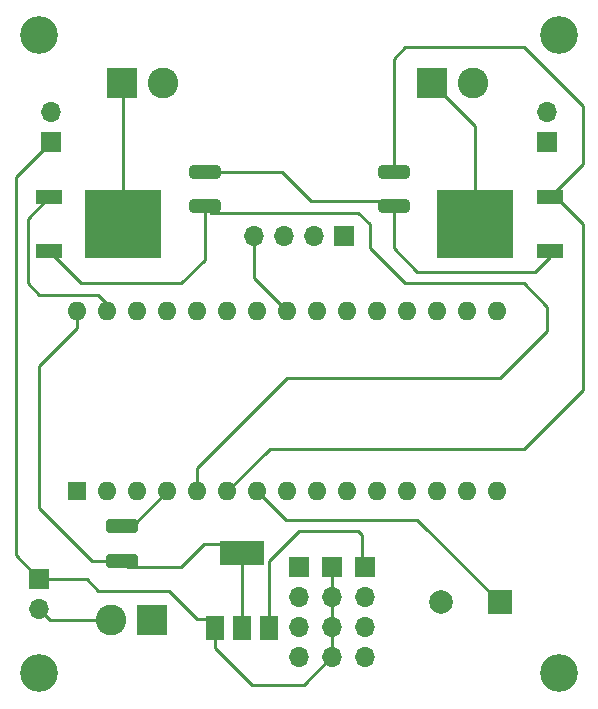
<source format=gbr>
%TF.GenerationSoftware,KiCad,Pcbnew,(6.0.1)*%
%TF.CreationDate,2022-02-20T15:56:06+01:00*%
%TF.ProjectId,NANOFC,4e414e4f-4643-42e6-9b69-6361645f7063,rev?*%
%TF.SameCoordinates,Original*%
%TF.FileFunction,Copper,L2,Bot*%
%TF.FilePolarity,Positive*%
%FSLAX46Y46*%
G04 Gerber Fmt 4.6, Leading zero omitted, Abs format (unit mm)*
G04 Created by KiCad (PCBNEW (6.0.1)) date 2022-02-20 15:56:06*
%MOMM*%
%LPD*%
G01*
G04 APERTURE LIST*
G04 Aperture macros list*
%AMRoundRect*
0 Rectangle with rounded corners*
0 $1 Rounding radius*
0 $2 $3 $4 $5 $6 $7 $8 $9 X,Y pos of 4 corners*
0 Add a 4 corners polygon primitive as box body*
4,1,4,$2,$3,$4,$5,$6,$7,$8,$9,$2,$3,0*
0 Add four circle primitives for the rounded corners*
1,1,$1+$1,$2,$3*
1,1,$1+$1,$4,$5*
1,1,$1+$1,$6,$7*
1,1,$1+$1,$8,$9*
0 Add four rect primitives between the rounded corners*
20,1,$1+$1,$2,$3,$4,$5,0*
20,1,$1+$1,$4,$5,$6,$7,0*
20,1,$1+$1,$6,$7,$8,$9,0*
20,1,$1+$1,$8,$9,$2,$3,0*%
G04 Aperture macros list end*
%TA.AperFunction,ComponentPad*%
%ADD10R,2.600000X2.600000*%
%TD*%
%TA.AperFunction,ComponentPad*%
%ADD11C,2.600000*%
%TD*%
%TA.AperFunction,ComponentPad*%
%ADD12R,1.700000X1.700000*%
%TD*%
%TA.AperFunction,ComponentPad*%
%ADD13O,1.700000X1.700000*%
%TD*%
%TA.AperFunction,ComponentPad*%
%ADD14R,2.000000X2.000000*%
%TD*%
%TA.AperFunction,ComponentPad*%
%ADD15C,2.000000*%
%TD*%
%TA.AperFunction,ComponentPad*%
%ADD16R,1.600000X1.600000*%
%TD*%
%TA.AperFunction,ComponentPad*%
%ADD17O,1.600000X1.600000*%
%TD*%
%TA.AperFunction,SMDPad,CuDef*%
%ADD18R,2.200000X1.200000*%
%TD*%
%TA.AperFunction,SMDPad,CuDef*%
%ADD19R,6.400000X5.800000*%
%TD*%
%TA.AperFunction,SMDPad,CuDef*%
%ADD20RoundRect,0.250000X1.075000X-0.312500X1.075000X0.312500X-1.075000X0.312500X-1.075000X-0.312500X0*%
%TD*%
%TA.AperFunction,SMDPad,CuDef*%
%ADD21RoundRect,0.250000X1.100000X-0.325000X1.100000X0.325000X-1.100000X0.325000X-1.100000X-0.325000X0*%
%TD*%
%TA.AperFunction,SMDPad,CuDef*%
%ADD22R,1.500000X2.000000*%
%TD*%
%TA.AperFunction,SMDPad,CuDef*%
%ADD23R,3.800000X2.000000*%
%TD*%
%TA.AperFunction,SMDPad,CuDef*%
%ADD24RoundRect,0.250000X-1.075000X0.312500X-1.075000X-0.312500X1.075000X-0.312500X1.075000X0.312500X0*%
%TD*%
%TA.AperFunction,ViaPad*%
%ADD25C,3.200000*%
%TD*%
%TA.AperFunction,Conductor*%
%ADD26C,0.250000*%
%TD*%
G04 APERTURE END LIST*
D10*
%TO.P,Pyro 2,1,Pin_1*%
%TO.N,Net-(J4-Pad1)*%
X160000000Y-67000000D03*
D11*
%TO.P,Pyro 2,2,Pin_2*%
%TO.N,Net-(J4-Pad2)*%
X163500000Y-67000000D03*
%TD*%
D12*
%TO.P,Master Arm,1,Pin_1*%
%TO.N,+BATT*%
X153000000Y-109000000D03*
D13*
%TO.P,Master Arm,2,Pin_2*%
%TO.N,Net-(J1-Pad2)*%
X153000000Y-111540000D03*
%TD*%
D14*
%TO.P,BZ1,1,-*%
%TO.N,Buzzer*%
X192000000Y-111000000D03*
D15*
%TO.P,BZ1,2,+*%
%TO.N,GND*%
X187000000Y-111000000D03*
%TD*%
D12*
%TO.P,J3,1,Pin_1*%
%TO.N,3.3v*%
X178800000Y-80000000D03*
D13*
%TO.P,J3,2,Pin_2*%
%TO.N,GND*%
X176260000Y-80000000D03*
%TO.P,J3,3,Pin_3*%
%TO.N,SCL*%
X173720000Y-80000000D03*
%TO.P,J3,4,Pin_4*%
%TO.N,SDA*%
X171180000Y-80000000D03*
%TD*%
D12*
%TO.P,GND,1,Pin_1*%
%TO.N,GND*%
X180600000Y-108000000D03*
D13*
%TO.P,GND,2,Pin_2*%
X180600000Y-110540000D03*
%TO.P,GND,3,Pin_3*%
X180600000Y-113080000D03*
%TO.P,GND,4,Pin_4*%
X180600000Y-115620000D03*
%TD*%
D16*
%TO.P,A1,1,D1/TX*%
%TO.N,unconnected-(A1-Pad1)*%
X156210000Y-101590000D03*
D17*
%TO.P,A1,2,D0/RX*%
%TO.N,unconnected-(A1-Pad2)*%
X158750000Y-101590000D03*
%TO.P,A1,3,~{RESET}*%
%TO.N,unconnected-(A1-Pad3)*%
X161290000Y-101590000D03*
%TO.P,A1,4,GND*%
%TO.N,GND*%
X163830000Y-101590000D03*
%TO.P,A1,5,D2*%
%TO.N,Pyro_1*%
X166370000Y-101590000D03*
%TO.P,A1,6,D3*%
%TO.N,Pyro_2*%
X168910000Y-101590000D03*
%TO.P,A1,7,D4*%
%TO.N,Buzzer*%
X171450000Y-101590000D03*
%TO.P,A1,8,D5*%
%TO.N,Servo_1*%
X173990000Y-101590000D03*
%TO.P,A1,9,D6*%
%TO.N,Servo_2*%
X176530000Y-101590000D03*
%TO.P,A1,10,D7*%
%TO.N,Servo_3*%
X179070000Y-101590000D03*
%TO.P,A1,11,D8*%
%TO.N,Servo_4*%
X181610000Y-101590000D03*
%TO.P,A1,12,D9*%
%TO.N,unconnected-(A1-Pad12)*%
X184150000Y-101590000D03*
%TO.P,A1,13,D10*%
%TO.N,unconnected-(A1-Pad13)*%
X186690000Y-101590000D03*
%TO.P,A1,14,D11*%
%TO.N,unconnected-(A1-Pad14)*%
X189230000Y-101590000D03*
%TO.P,A1,15,D12*%
%TO.N,unconnected-(A1-Pad15)*%
X191770000Y-101590000D03*
%TO.P,A1,16,D13*%
%TO.N,unconnected-(A1-Pad16)*%
X191770000Y-86350000D03*
%TO.P,A1,17,3V3*%
%TO.N,unconnected-(A1-Pad17)*%
X189230000Y-86350000D03*
%TO.P,A1,18,AREF*%
%TO.N,unconnected-(A1-Pad18)*%
X186690000Y-86350000D03*
%TO.P,A1,19,A0*%
%TO.N,unconnected-(A1-Pad19)*%
X184150000Y-86350000D03*
%TO.P,A1,20,A1*%
%TO.N,unconnected-(A1-Pad20)*%
X181610000Y-86350000D03*
%TO.P,A1,21,A2*%
%TO.N,unconnected-(A1-Pad21)*%
X179070000Y-86350000D03*
%TO.P,A1,22,A3*%
%TO.N,unconnected-(A1-Pad22)*%
X176530000Y-86350000D03*
%TO.P,A1,23,A4*%
%TO.N,SDA*%
X173990000Y-86350000D03*
%TO.P,A1,24,A5*%
%TO.N,SCL*%
X171450000Y-86350000D03*
%TO.P,A1,25,A6*%
%TO.N,unconnected-(A1-Pad25)*%
X168910000Y-86350000D03*
%TO.P,A1,26,A7*%
%TO.N,unconnected-(A1-Pad26)*%
X166370000Y-86350000D03*
%TO.P,A1,27,+5V*%
%TO.N,unconnected-(A1-Pad27)*%
X163830000Y-86350000D03*
%TO.P,A1,28,~{RESET}*%
%TO.N,unconnected-(A1-Pad28)*%
X161290000Y-86350000D03*
%TO.P,A1,29,GND*%
%TO.N,GND*%
X158750000Y-86350000D03*
%TO.P,A1,30,VIN*%
%TO.N,3.3v*%
X156210000Y-86350000D03*
%TD*%
D12*
%TO.P,P1 Arm,1,Pin_1*%
%TO.N,+BATT*%
X196000000Y-72000000D03*
D13*
%TO.P,P1 Arm,2,Pin_2*%
%TO.N,Net-(J2-Pad2)*%
X196000000Y-69460000D03*
%TD*%
D12*
%TO.P,V+,1,Pin_1*%
%TO.N,+BATT*%
X177800000Y-108000000D03*
D13*
%TO.P,V+,2,Pin_2*%
X177800000Y-110540000D03*
%TO.P,V+,3,Pin_3*%
X177800000Y-113080000D03*
%TO.P,V+,4,Pin_4*%
X177800000Y-115620000D03*
%TD*%
D10*
%TO.P,Pyro 1,1,Pin_1*%
%TO.N,Net-(J2-Pad1)*%
X186250000Y-67000000D03*
D11*
%TO.P,Pyro 1,2,Pin_2*%
%TO.N,Net-(J2-Pad2)*%
X189750000Y-67000000D03*
%TD*%
D10*
%TO.P,Power in,1,Pin_1*%
%TO.N,GND*%
X162560000Y-112455000D03*
D11*
%TO.P,Power in,2,Pin_2*%
%TO.N,Net-(J1-Pad2)*%
X159060000Y-112455000D03*
%TD*%
D12*
%TO.P,P2 Arm,1,Pin_1*%
%TO.N,+BATT*%
X154000000Y-72000000D03*
D13*
%TO.P,P2 Arm,2,Pin_2*%
%TO.N,Net-(J4-Pad2)*%
X154000000Y-69460000D03*
%TD*%
D12*
%TO.P,SIG,1,Pin_1*%
%TO.N,Servo_4*%
X175000000Y-108000000D03*
D13*
%TO.P,SIG,2,Pin_2*%
%TO.N,Servo_3*%
X175000000Y-110540000D03*
%TO.P,SIG,3,Pin_3*%
%TO.N,Servo_2*%
X175000000Y-113080000D03*
%TO.P,SIG,4,Pin_4*%
%TO.N,Servo_1*%
X175000000Y-115620000D03*
%TD*%
D18*
%TO.P,Q1,1*%
%TO.N,Pyro_2*%
X196200000Y-76720000D03*
D19*
%TO.P,Q1,2*%
%TO.N,Net-(J2-Pad1)*%
X189900000Y-79000000D03*
D18*
%TO.P,Q1,3*%
%TO.N,GND*%
X196200000Y-81280000D03*
%TD*%
D20*
%TO.P,R1,1*%
%TO.N,GND*%
X183000000Y-77462500D03*
%TO.P,R1,2*%
%TO.N,Pyro_2*%
X183000000Y-74537500D03*
%TD*%
D21*
%TO.P,C1,1*%
%TO.N,3.3v*%
X160000000Y-107475000D03*
%TO.P,C1,2*%
%TO.N,GND*%
X160000000Y-104525000D03*
%TD*%
D18*
%TO.P,Q2,1*%
%TO.N,Pyro_1*%
X153800000Y-81280000D03*
D19*
%TO.P,Q2,2*%
%TO.N,Net-(J4-Pad1)*%
X160100000Y-79000000D03*
D18*
%TO.P,Q2,3*%
%TO.N,GND*%
X153800000Y-76720000D03*
%TD*%
D22*
%TO.P,U1,1,GND*%
%TO.N,GND*%
X172480000Y-113150000D03*
D23*
%TO.P,U1,2,VO*%
%TO.N,3.3v*%
X170180000Y-106850000D03*
D22*
X170180000Y-113150000D03*
%TO.P,U1,3,VI*%
%TO.N,+BATT*%
X167880000Y-113150000D03*
%TD*%
D24*
%TO.P,R2,1*%
%TO.N,GND*%
X167000000Y-74537500D03*
%TO.P,R2,2*%
%TO.N,Pyro_1*%
X167000000Y-77462500D03*
%TD*%
D25*
%TO.N,*%
X153000000Y-117000000D03*
X197000000Y-117000000D03*
X153000000Y-63000000D03*
X197000000Y-63000000D03*
%TD*%
D26*
%TO.N,GND*%
X152000000Y-84000000D02*
X153000000Y-85000000D01*
X172480000Y-112370000D02*
X172480000Y-107520000D01*
X180340000Y-105340000D02*
X180340000Y-107960000D01*
X183000000Y-81000000D02*
X185000000Y-83000000D01*
X153800000Y-76720000D02*
X152000000Y-78520000D01*
X173537500Y-74537500D02*
X167000000Y-74537500D01*
X183000000Y-77462500D02*
X183000000Y-81000000D01*
X196200000Y-81800000D02*
X196200000Y-81280000D01*
X185000000Y-83000000D02*
X195000000Y-83000000D01*
X182537500Y-77000000D02*
X176000000Y-77000000D01*
X175000000Y-105000000D02*
X180000000Y-105000000D01*
X176000000Y-77000000D02*
X173537500Y-74537500D01*
X152000000Y-78520000D02*
X152000000Y-84000000D01*
X180000000Y-105000000D02*
X180340000Y-105340000D01*
X172480000Y-107520000D02*
X175000000Y-105000000D01*
X195000000Y-83000000D02*
X196200000Y-81800000D01*
X158750000Y-85750000D02*
X158750000Y-86350000D01*
X183000000Y-77462500D02*
X182537500Y-77000000D01*
X160000000Y-104525000D02*
X160895000Y-104525000D01*
X160895000Y-104525000D02*
X163830000Y-101590000D01*
X153000000Y-85000000D02*
X158000000Y-85000000D01*
X158000000Y-85000000D02*
X158750000Y-85750000D01*
%TO.N,Pyro_1*%
X196000000Y-88000000D02*
X196000000Y-86000000D01*
X194000000Y-84000000D02*
X184000000Y-84000000D01*
X166370000Y-101590000D02*
X166370000Y-99630000D01*
X166370000Y-99630000D02*
X174000000Y-92000000D01*
X174000000Y-92000000D02*
X192000000Y-92000000D01*
X196000000Y-86000000D02*
X194000000Y-84000000D01*
X156520000Y-84000000D02*
X153800000Y-81280000D01*
X192000000Y-92000000D02*
X196000000Y-88000000D01*
X165000000Y-84000000D02*
X156520000Y-84000000D01*
X167537500Y-78000000D02*
X167000000Y-77462500D01*
X180000000Y-78000000D02*
X167537500Y-78000000D01*
X184000000Y-84000000D02*
X181000000Y-81000000D01*
X167000000Y-77462500D02*
X167000000Y-82000000D01*
X167000000Y-82000000D02*
X165000000Y-84000000D01*
X181000000Y-79000000D02*
X180000000Y-78000000D01*
X181000000Y-81000000D02*
X181000000Y-79000000D01*
%TO.N,Pyro_2*%
X199000000Y-73920000D02*
X199000000Y-69000000D01*
X194000000Y-64000000D02*
X184000000Y-64000000D01*
X196200000Y-76720000D02*
X196720000Y-76720000D01*
X199000000Y-93000000D02*
X194000000Y-98000000D01*
X184000000Y-64000000D02*
X183000000Y-65000000D01*
X199000000Y-79000000D02*
X199000000Y-93000000D01*
X199000000Y-69000000D02*
X194000000Y-64000000D01*
X196720000Y-76720000D02*
X199000000Y-79000000D01*
X183000000Y-65000000D02*
X183000000Y-74537500D01*
X172500000Y-98000000D02*
X168910000Y-101590000D01*
X194000000Y-98000000D02*
X172500000Y-98000000D01*
X196200000Y-76720000D02*
X199000000Y-73920000D01*
%TO.N,Buzzer*%
X192000000Y-111000000D02*
X185000000Y-104000000D01*
X173860000Y-104000000D02*
X171450000Y-101590000D01*
X185000000Y-104000000D02*
X173860000Y-104000000D01*
%TO.N,SDA*%
X171180000Y-83540000D02*
X173990000Y-86350000D01*
X171180000Y-80000000D02*
X171180000Y-83540000D01*
%TO.N,3.3v*%
X153000000Y-103000000D02*
X153000000Y-91000000D01*
X160525000Y-108000000D02*
X165000000Y-108000000D01*
X157475000Y-107475000D02*
X160000000Y-107475000D01*
X160000000Y-107475000D02*
X160525000Y-108000000D01*
X170180000Y-112370000D02*
X170180000Y-106070000D01*
X153000000Y-91000000D02*
X156210000Y-87790000D01*
X153000000Y-103000000D02*
X157475000Y-107475000D01*
X165000000Y-108000000D02*
X166930000Y-106070000D01*
X156210000Y-87790000D02*
X156210000Y-86350000D01*
X166930000Y-106070000D02*
X170180000Y-106070000D01*
%TO.N,+BATT*%
X175380000Y-118000000D02*
X177800000Y-115580000D01*
X151000000Y-75000000D02*
X154000000Y-72000000D01*
X158000000Y-110000000D02*
X157000000Y-109000000D01*
X157000000Y-109000000D02*
X153000000Y-109000000D01*
X167880000Y-112370000D02*
X167880000Y-114880000D01*
X177800000Y-110500000D02*
X177800000Y-113040000D01*
X167880000Y-112370000D02*
X166370000Y-112370000D01*
X177800000Y-110500000D02*
X177800000Y-107960000D01*
X177800000Y-115580000D02*
X177800000Y-113040000D01*
X164000000Y-110000000D02*
X158000000Y-110000000D01*
X167880000Y-114880000D02*
X171000000Y-118000000D01*
X166370000Y-112370000D02*
X164000000Y-110000000D01*
X151000000Y-107000000D02*
X151000000Y-75000000D01*
X153000000Y-109000000D02*
X151000000Y-107000000D01*
X171000000Y-118000000D02*
X175380000Y-118000000D01*
%TO.N,Net-(J2-Pad1)*%
X189900000Y-70650000D02*
X186250000Y-67000000D01*
X189900000Y-79000000D02*
X189900000Y-70650000D01*
%TO.N,Net-(J4-Pad1)*%
X160100000Y-67100000D02*
X160000000Y-67000000D01*
X160100000Y-79000000D02*
X160100000Y-67100000D01*
%TO.N,Net-(J1-Pad2)*%
X153915000Y-112455000D02*
X153000000Y-111540000D01*
X159060000Y-112455000D02*
X153915000Y-112455000D01*
%TD*%
M02*

</source>
